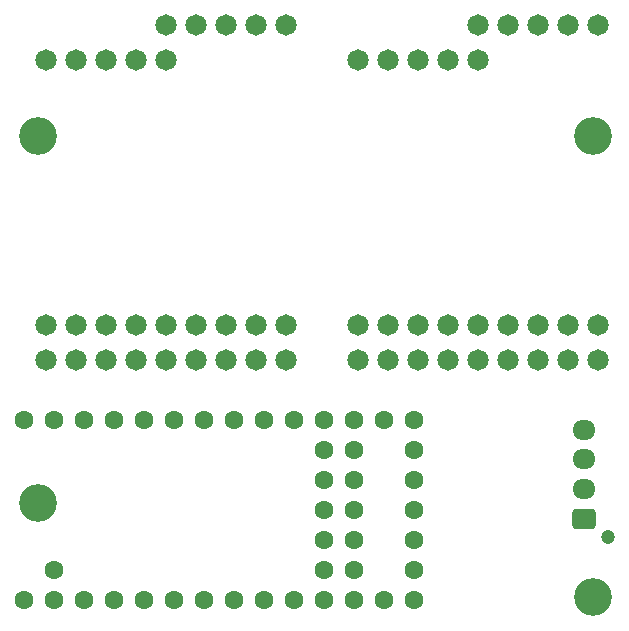
<source format=gbs>
G04 #@! TF.GenerationSoftware,KiCad,Pcbnew,9.0.0*
G04 #@! TF.CreationDate,2025-04-17T11:42:56-07:00*
G04 #@! TF.ProjectId,Teensy_Telemetry_Compact,5465656e-7379-45f5-9465-6c656d657472,rev?*
G04 #@! TF.SameCoordinates,Original*
G04 #@! TF.FileFunction,Soldermask,Bot*
G04 #@! TF.FilePolarity,Negative*
%FSLAX46Y46*%
G04 Gerber Fmt 4.6, Leading zero omitted, Abs format (unit mm)*
G04 Created by KiCad (PCBNEW 9.0.0) date 2025-04-17 11:42:56*
%MOMM*%
%LPD*%
G01*
G04 APERTURE LIST*
G04 Aperture macros list*
%AMRoundRect*
0 Rectangle with rounded corners*
0 $1 Rounding radius*
0 $2 $3 $4 $5 $6 $7 $8 $9 X,Y pos of 4 corners*
0 Add a 4 corners polygon primitive as box body*
4,1,4,$2,$3,$4,$5,$6,$7,$8,$9,$2,$3,0*
0 Add four circle primitives for the rounded corners*
1,1,$1+$1,$2,$3*
1,1,$1+$1,$4,$5*
1,1,$1+$1,$6,$7*
1,1,$1+$1,$8,$9*
0 Add four rect primitives between the rounded corners*
20,1,$1+$1,$2,$3,$4,$5,0*
20,1,$1+$1,$4,$5,$6,$7,0*
20,1,$1+$1,$6,$7,$8,$9,0*
20,1,$1+$1,$8,$9,$2,$3,0*%
G04 Aperture macros list end*
%ADD10C,3.200000*%
%ADD11C,1.810000*%
%ADD12C,1.200000*%
%ADD13RoundRect,0.250000X0.725000X-0.600000X0.725000X0.600000X-0.725000X0.600000X-0.725000X-0.600000X0*%
%ADD14O,1.950000X1.700000*%
%ADD15C,1.600000*%
G04 APERTURE END LIST*
D10*
X82500000Y-96000000D03*
X129500000Y-96000000D03*
D11*
X109640000Y-114900000D03*
X112180000Y-114900000D03*
X114720000Y-114900000D03*
X117260000Y-114900000D03*
X119800000Y-114900000D03*
X122340000Y-114900000D03*
X124880000Y-114900000D03*
X127420000Y-114900000D03*
X129960000Y-114900000D03*
X109640000Y-89500000D03*
X112180000Y-89500000D03*
X114720000Y-89500000D03*
X117260000Y-89500000D03*
X119800000Y-89500000D03*
D12*
X130750000Y-129950000D03*
D13*
X128750000Y-128350000D03*
D14*
X128750000Y-125850000D03*
X128750000Y-123350000D03*
X128750000Y-120850000D03*
D10*
X82500000Y-127000000D03*
X129500000Y-135000000D03*
D11*
X83175000Y-114905000D03*
X85715000Y-114905000D03*
X88255000Y-114905000D03*
X90795000Y-114905000D03*
X93335000Y-114905000D03*
X95875000Y-114905000D03*
X98415000Y-114905000D03*
X100955000Y-114905000D03*
X103495000Y-114905000D03*
X83175000Y-89505000D03*
X85715000Y-89505000D03*
X88255000Y-89505000D03*
X90795000Y-89505000D03*
X93335000Y-89505000D03*
X103495000Y-112000000D03*
X100955000Y-112000000D03*
X98415000Y-112000000D03*
X95875000Y-112000000D03*
X93335000Y-112000000D03*
X90795000Y-112000000D03*
X88255000Y-112000000D03*
X85715000Y-112000000D03*
X83175000Y-112000000D03*
X103495000Y-86600000D03*
X100955000Y-86600000D03*
X98415000Y-86600000D03*
X95875000Y-86600000D03*
X93335000Y-86600000D03*
D15*
X81380000Y-120000000D03*
X83920000Y-120000000D03*
X86460000Y-120000000D03*
X89000000Y-120000000D03*
X91540000Y-120000000D03*
X94080000Y-120000000D03*
X96620000Y-120000000D03*
X99160000Y-120000000D03*
X101700000Y-120000000D03*
X104240000Y-120000000D03*
X106780000Y-120000000D03*
X109320000Y-120000000D03*
X111860000Y-120000000D03*
X114400000Y-120000000D03*
X114400000Y-122540000D03*
X114400000Y-125080000D03*
X114400000Y-127620000D03*
X114400000Y-130160000D03*
X114400000Y-132700000D03*
X114400000Y-135240000D03*
X111860000Y-135240000D03*
X109320000Y-135240000D03*
X106780000Y-135240000D03*
X104240000Y-135240000D03*
X101700000Y-135240000D03*
X99160000Y-135240000D03*
X96620000Y-135240000D03*
X94080000Y-135240000D03*
X91540000Y-135240000D03*
X89000000Y-135240000D03*
X86460000Y-135240000D03*
X83920000Y-135240000D03*
X81380000Y-135240000D03*
X83920000Y-132700000D03*
X109320000Y-132700000D03*
X106780000Y-132700000D03*
X109320000Y-130160000D03*
X106780000Y-130160000D03*
X109320000Y-127620000D03*
X106780000Y-127620000D03*
X109320000Y-125080000D03*
X106780000Y-125080000D03*
X109320000Y-122540000D03*
X106780000Y-122540000D03*
D11*
X129960000Y-112000000D03*
X127420000Y-112000000D03*
X124880000Y-112000000D03*
X122340000Y-112000000D03*
X119800000Y-112000000D03*
X117260000Y-112000000D03*
X114720000Y-112000000D03*
X112180000Y-112000000D03*
X109640000Y-112000000D03*
X129960000Y-86600000D03*
X127420000Y-86600000D03*
X124880000Y-86600000D03*
X122340000Y-86600000D03*
X119800000Y-86600000D03*
M02*

</source>
